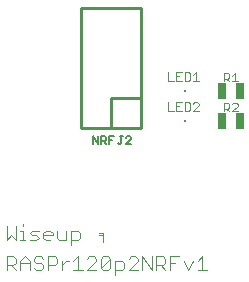
<source format=gto>
G75*
%MOIN*%
%OFA0B0*%
%FSLAX24Y24*%
%IPPOS*%
%LPD*%
%AMOC8*
5,1,8,0,0,1.08239X$1,22.5*
%
%ADD10C,0.0040*%
%ADD11R,0.0079X0.0079*%
%ADD12C,0.0020*%
%ADD13C,0.0100*%
%ADD14C,0.0050*%
%ADD15R,0.0256X0.0551*%
D10*
X001200Y001200D02*
X001200Y001660D01*
X001430Y001660D01*
X001507Y001584D01*
X001507Y001430D01*
X001430Y001353D01*
X001200Y001353D01*
X001353Y001353D02*
X001507Y001200D01*
X001660Y001200D02*
X001660Y001507D01*
X001814Y001660D01*
X001967Y001507D01*
X001967Y001200D01*
X002121Y001277D02*
X002198Y001200D01*
X002351Y001200D01*
X002428Y001277D01*
X002428Y001353D01*
X002351Y001430D01*
X002198Y001430D01*
X002121Y001507D01*
X002121Y001584D01*
X002198Y001660D01*
X002351Y001660D01*
X002428Y001584D01*
X002581Y001660D02*
X002811Y001660D01*
X002888Y001584D01*
X002888Y001430D01*
X002811Y001353D01*
X002581Y001353D01*
X002581Y001200D02*
X002581Y001660D01*
X003042Y001507D02*
X003042Y001200D01*
X003042Y001353D02*
X003195Y001507D01*
X003272Y001507D01*
X003425Y001507D02*
X003579Y001660D01*
X003579Y001200D01*
X003732Y001200D02*
X003425Y001200D01*
X003886Y001200D02*
X004193Y001507D01*
X004193Y001584D01*
X004116Y001660D01*
X003962Y001660D01*
X003886Y001584D01*
X003886Y001200D02*
X004193Y001200D01*
X004346Y001277D02*
X004653Y001584D01*
X004653Y001277D01*
X004576Y001200D01*
X004423Y001200D01*
X004346Y001277D01*
X004346Y001584D01*
X004423Y001660D01*
X004576Y001660D01*
X004653Y001584D01*
X004806Y001507D02*
X005037Y001507D01*
X005113Y001430D01*
X005113Y001277D01*
X005037Y001200D01*
X004806Y001200D01*
X004806Y001047D02*
X004806Y001507D01*
X005267Y001584D02*
X005344Y001660D01*
X005497Y001660D01*
X005574Y001584D01*
X005574Y001507D01*
X005267Y001200D01*
X005574Y001200D01*
X005727Y001200D02*
X005727Y001660D01*
X006034Y001200D01*
X006034Y001660D01*
X006188Y001660D02*
X006418Y001660D01*
X006495Y001584D01*
X006495Y001430D01*
X006418Y001353D01*
X006188Y001353D01*
X006188Y001200D02*
X006188Y001660D01*
X006341Y001353D02*
X006495Y001200D01*
X006648Y001200D02*
X006648Y001660D01*
X006955Y001660D01*
X007108Y001507D02*
X007262Y001200D01*
X007415Y001507D01*
X007569Y001507D02*
X007722Y001660D01*
X007722Y001200D01*
X007569Y001200D02*
X007876Y001200D01*
X006801Y001430D02*
X006648Y001430D01*
X004423Y002123D02*
X004423Y002430D01*
X004269Y002430D01*
X004269Y002353D02*
X004423Y002353D01*
X003655Y002277D02*
X003579Y002200D01*
X003348Y002200D01*
X003195Y002200D02*
X003195Y002507D01*
X003348Y002507D02*
X003579Y002507D01*
X003655Y002430D01*
X003655Y002277D01*
X003348Y002047D02*
X003348Y002507D01*
X003195Y002200D02*
X002965Y002200D01*
X002888Y002277D01*
X002888Y002507D01*
X002735Y002430D02*
X002735Y002353D01*
X002428Y002353D01*
X002428Y002277D02*
X002428Y002430D01*
X002504Y002507D01*
X002658Y002507D01*
X002735Y002430D01*
X002658Y002200D02*
X002504Y002200D01*
X002428Y002277D01*
X002274Y002277D02*
X002198Y002353D01*
X002044Y002353D01*
X001967Y002430D01*
X002044Y002507D01*
X002274Y002507D01*
X002274Y002277D02*
X002198Y002200D01*
X001967Y002200D01*
X001814Y002200D02*
X001660Y002200D01*
X001737Y002200D02*
X001737Y002507D01*
X001660Y002507D01*
X001737Y002660D02*
X001737Y002737D01*
X001507Y002660D02*
X001507Y002200D01*
X001353Y002353D01*
X001200Y002200D01*
X001200Y002660D01*
X001660Y001430D02*
X001967Y001430D01*
D11*
X007141Y006180D03*
X007141Y007180D03*
D12*
X007138Y007515D02*
X007278Y007515D01*
X007324Y007562D01*
X007324Y007749D01*
X007278Y007795D01*
X007138Y007795D01*
X007138Y007515D01*
X007048Y007515D02*
X006861Y007515D01*
X006861Y007795D01*
X007048Y007795D01*
X006955Y007655D02*
X006861Y007655D01*
X006772Y007515D02*
X006585Y007515D01*
X006585Y007795D01*
X007414Y007702D02*
X007507Y007795D01*
X007507Y007515D01*
X007414Y007515D02*
X007601Y007515D01*
X007554Y006795D02*
X007460Y006795D01*
X007414Y006749D01*
X007324Y006749D02*
X007324Y006562D01*
X007278Y006515D01*
X007138Y006515D01*
X007138Y006795D01*
X007278Y006795D01*
X007324Y006749D01*
X007414Y006515D02*
X007601Y006702D01*
X007601Y006749D01*
X007554Y006795D01*
X007601Y006515D02*
X007414Y006515D01*
X007048Y006515D02*
X006861Y006515D01*
X006861Y006795D01*
X007048Y006795D01*
X006955Y006655D02*
X006861Y006655D01*
X006772Y006515D02*
X006585Y006515D01*
X006585Y006795D01*
X008438Y006770D02*
X008438Y006490D01*
X008438Y006583D02*
X008578Y006583D01*
X008624Y006630D01*
X008624Y006724D01*
X008578Y006770D01*
X008438Y006770D01*
X008531Y006583D02*
X008624Y006490D01*
X008714Y006490D02*
X008901Y006677D01*
X008901Y006724D01*
X008854Y006770D01*
X008760Y006770D01*
X008714Y006724D01*
X008714Y006490D02*
X008901Y006490D01*
X008901Y007490D02*
X008714Y007490D01*
X008624Y007490D02*
X008531Y007583D01*
X008578Y007583D02*
X008438Y007583D01*
X008438Y007490D02*
X008438Y007770D01*
X008578Y007770D01*
X008624Y007724D01*
X008624Y007630D01*
X008578Y007583D01*
X008714Y007677D02*
X008807Y007770D01*
X008807Y007490D01*
D13*
X005680Y006930D02*
X005680Y005930D01*
X004680Y005930D01*
X004680Y006930D01*
X005680Y006930D01*
X005680Y009930D01*
X003680Y009930D01*
X003680Y005930D01*
X004680Y005930D01*
D14*
X004626Y005655D02*
X004793Y005655D01*
X004710Y005530D02*
X004626Y005530D01*
X004517Y005530D02*
X004475Y005488D01*
X004350Y005488D01*
X004350Y005405D02*
X004350Y005655D01*
X004475Y005655D01*
X004517Y005614D01*
X004517Y005530D01*
X004433Y005488D02*
X004517Y005405D01*
X004626Y005405D02*
X004626Y005655D01*
X004241Y005655D02*
X004241Y005405D01*
X004074Y005655D01*
X004074Y005405D01*
X004903Y005447D02*
X004944Y005405D01*
X004986Y005405D01*
X005028Y005447D01*
X005028Y005655D01*
X005069Y005655D02*
X004986Y005655D01*
X005179Y005614D02*
X005220Y005655D01*
X005304Y005655D01*
X005346Y005614D01*
X005346Y005572D01*
X005179Y005405D01*
X005346Y005405D01*
D15*
X008392Y006179D03*
X008972Y006179D03*
X008972Y007179D03*
X008392Y007179D03*
M02*

</source>
